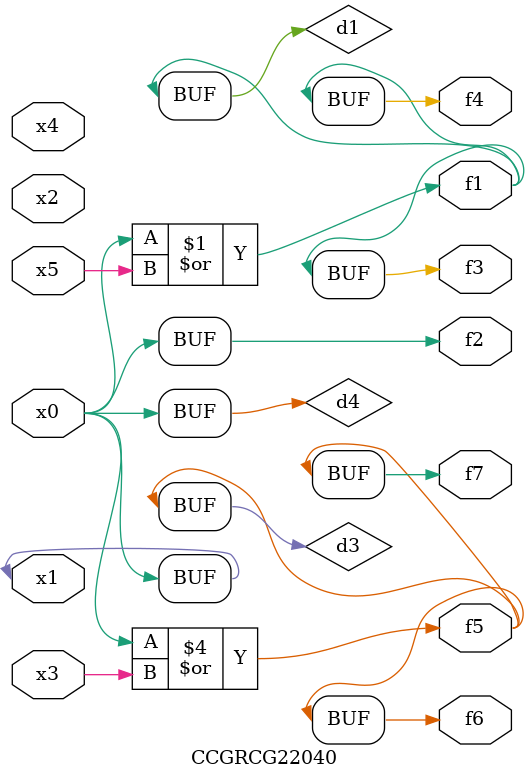
<source format=v>
module CCGRCG22040(
	input x0, x1, x2, x3, x4, x5,
	output f1, f2, f3, f4, f5, f6, f7
);

	wire d1, d2, d3, d4;

	or (d1, x0, x5);
	xnor (d2, x1, x4);
	or (d3, x0, x3);
	buf (d4, x0, x1);
	assign f1 = d1;
	assign f2 = d4;
	assign f3 = d1;
	assign f4 = d1;
	assign f5 = d3;
	assign f6 = d3;
	assign f7 = d3;
endmodule

</source>
